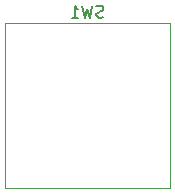
<source format=gbr>
%TF.GenerationSoftware,KiCad,Pcbnew,7.0.8*%
%TF.CreationDate,2024-02-06T14:03:30-06:00*%
%TF.ProjectId,Keeb,4b656562-2e6b-4696-9361-645f70636258,rev?*%
%TF.SameCoordinates,Original*%
%TF.FileFunction,Legend,Bot*%
%TF.FilePolarity,Positive*%
%FSLAX46Y46*%
G04 Gerber Fmt 4.6, Leading zero omitted, Abs format (unit mm)*
G04 Created by KiCad (PCBNEW 7.0.8) date 2024-02-06 14:03:30*
%MOMM*%
%LPD*%
G01*
G04 APERTURE LIST*
%ADD10C,0.150000*%
%ADD11C,0.120000*%
G04 APERTURE END LIST*
D10*
X163813332Y-66533200D02*
X163670475Y-66580819D01*
X163670475Y-66580819D02*
X163432380Y-66580819D01*
X163432380Y-66580819D02*
X163337142Y-66533200D01*
X163337142Y-66533200D02*
X163289523Y-66485580D01*
X163289523Y-66485580D02*
X163241904Y-66390342D01*
X163241904Y-66390342D02*
X163241904Y-66295104D01*
X163241904Y-66295104D02*
X163289523Y-66199866D01*
X163289523Y-66199866D02*
X163337142Y-66152247D01*
X163337142Y-66152247D02*
X163432380Y-66104628D01*
X163432380Y-66104628D02*
X163622856Y-66057009D01*
X163622856Y-66057009D02*
X163718094Y-66009390D01*
X163718094Y-66009390D02*
X163765713Y-65961771D01*
X163765713Y-65961771D02*
X163813332Y-65866533D01*
X163813332Y-65866533D02*
X163813332Y-65771295D01*
X163813332Y-65771295D02*
X163765713Y-65676057D01*
X163765713Y-65676057D02*
X163718094Y-65628438D01*
X163718094Y-65628438D02*
X163622856Y-65580819D01*
X163622856Y-65580819D02*
X163384761Y-65580819D01*
X163384761Y-65580819D02*
X163241904Y-65628438D01*
X162908570Y-65580819D02*
X162670475Y-66580819D01*
X162670475Y-66580819D02*
X162479999Y-65866533D01*
X162479999Y-65866533D02*
X162289523Y-66580819D01*
X162289523Y-66580819D02*
X162051428Y-65580819D01*
X161146666Y-66580819D02*
X161718094Y-66580819D01*
X161432380Y-66580819D02*
X161432380Y-65580819D01*
X161432380Y-65580819D02*
X161527618Y-65723676D01*
X161527618Y-65723676D02*
X161622856Y-65818914D01*
X161622856Y-65818914D02*
X161718094Y-65866533D01*
D11*
%TO.C,SW1*%
X169465000Y-67015000D02*
X155495000Y-67015000D01*
X155495000Y-80985000D02*
X169465000Y-80985000D01*
X169465000Y-80985000D02*
X169465000Y-67015000D01*
X155495000Y-67015000D02*
X155495000Y-80985000D01*
%TD*%
M02*

</source>
